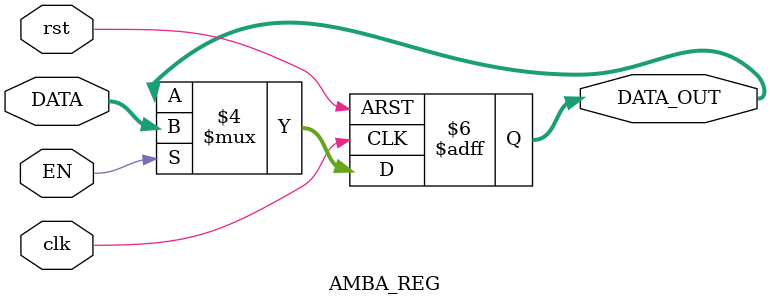
<source format=v>
`resetall
`timescale 1ns/10ps

module REG_BANK
  //PARAMETERS declaration
#( parameter AMBA_WORD=32,
   parameter AMBA_ADDR_WIDTH=20)
   //I/O PORT DECLARTION
(
  input wire clk,
  input wire rst,
  //input wire acs,
  input wire [AMBA_ADDR_WIDTH-1:0] PADDR, // address of the required register
  input wire [AMBA_WORD-1:0] PWDATA, // writing data
  input wire WRITE,// write or read enabler
  //input wire READ,
  output reg [AMBA_WORD-1:0] PRDATA, // read data to the bus line
  output wire[AMBA_WORD-1:0] SEL,//spreads out the opration to do
  output wire [AMBA_WORD-1:0] DATA_IN, // data to send out to the system
  output wire [AMBA_WORD-1:0] CODEWORD_WIDTH, // codeword width register output
  output wire operation_done, // a valid bit which tells us if the operation is done
  output wire [AMBA_WORD-1:0] NOISE // noise that is being added to encoded words
  );
  //INTERNAL WIRES DECLARATION
  reg [3:0] EN; // a line used to send enables to diffrent registers
  //MODULE CONNECTIONS  
  // control register declaration
  AMBA_REG ctrl   (.DATA(PWDATA[AMBA_WORD-1:0]),.clk(clk),.rst(rst),.EN(EN[0]),.DATA_OUT(SEL[AMBA_WORD-1:0]));
  // data in register declaration
  AMBA_REG datain (.DATA(PWDATA[AMBA_WORD-1:0]),.clk(clk),.rst(rst),.EN(EN[1]),.DATA_OUT(DATA_IN[AMBA_WORD-1:0]));
  // code word register declaration
  AMBA_REG codewordwidth (.DATA(PWDATA[AMBA_WORD-1:0]),.clk(clk),.rst(rst),.EN(EN[2]),.DATA_OUT(CODEWORD_WIDTH[AMBA_WORD-1:0]));
  // noise register declaration
  AMBA_REG noise  (.DATA(PWDATA[AMBA_WORD-1:0]),.clk(clk),.rst(rst),.EN(EN[3]),.DATA_OUT(NOISE[AMBA_WORD-1:0]));
  
  //assigning
  assign operation_done = EN[0];
  //enalbe mux selector this part tells us which register we should enable for both reading and writing
always @ (*)
  begin :BANK_REG_LOGIC

     if ( WRITE)   // if in access state and write mode
    begin
      PRDATA='bx;
      if(PADDR[3:0]==4'h0)
      EN=4'b0001;
      else if(PADDR[3:0]==4'h4)
      EN=4'b0010;
      else if(PADDR[3:0]==4'h8)
      EN=4'b0100;
      else if(PADDR[3:0]==4'hC)
      EN=4'b1000;
      else
      EN=4'b0000;
    end
    // read section
    else if( ~WRITE)  // if in access state and read mode
    begin
      EN=4'b0000;
      if(PADDR[3:0]==4'h0)
      PRDATA=SEL;
      else if(PADDR[3:0]==4'h4)
      PRDATA=DATA_IN;
      else if(PADDR[3:0]==4'h8)
      PRDATA=CODEWORD_WIDTH;
      else if(PADDR[3:0]==4'hC)
      PRDATA=NOISE; 
      else 
      PRDATA='bx;
    end
    else
    begin
   EN=4'b0000; 
   PRDATA='bx;
 end 
  end
endmodule

// generic register made for our purpose 
module AMBA_REG
    //PARAMETERS
#(parameter AMBA_WORD=32)
(input wire [AMBA_WORD-1:0] DATA,
input wire clk,
input wire rst,
input wire EN,
output reg [AMBA_WORD-1:0] DATA_OUT);
  always @ (posedge clk or negedge rst)
  begin :REG_LOGIC
    if(~rst)
    begin
    DATA_OUT<= 0;
    end
    else if(EN==1'b1)
    begin
    DATA_OUT<=DATA;
    end
   
  end
endmodule


</source>
